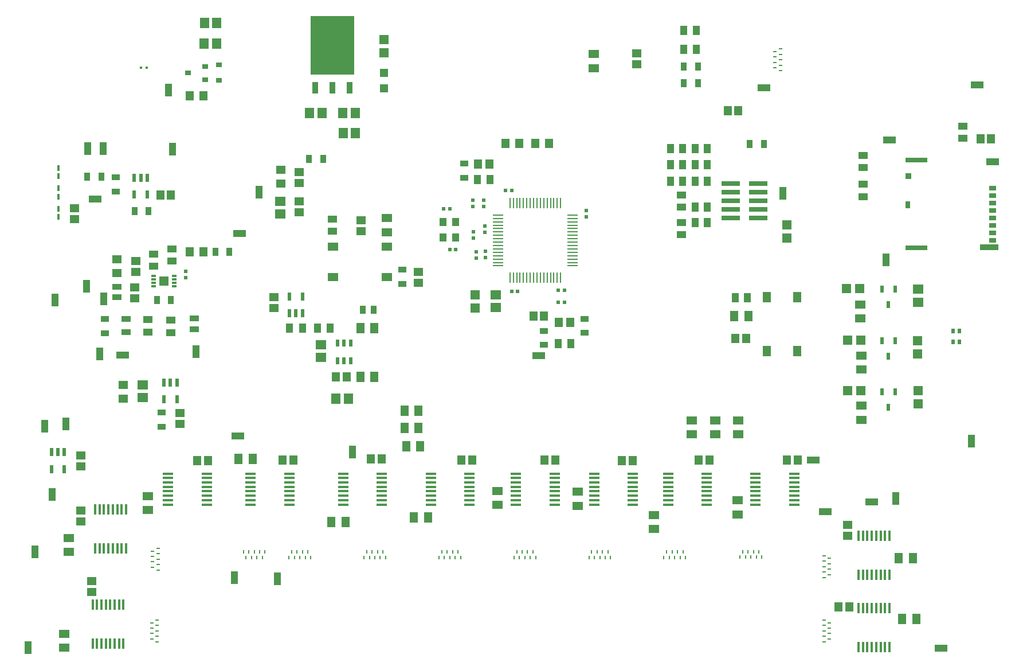
<source format=gtp>
G04*
G04 #@! TF.GenerationSoftware,Altium Limited,Altium Designer,20.2.5 (213)*
G04*
G04 Layer_Color=8421504*
%FSLAX25Y25*%
%MOIN*%
G70*
G04*
G04 #@! TF.SameCoordinates,7C5E352A-D8AC-4D21-BA38-630912A149F9*
G04*
G04*
G04 #@! TF.FilePolarity,Positive*
G04*
G01*
G75*
%ADD19R,0.04921X0.06102*%
%ADD20R,0.06102X0.04921*%
%ADD21R,0.07677X0.04331*%
%ADD22R,0.04331X0.07677*%
%ADD23R,0.05938X0.05534*%
%ADD24R,0.05118X0.03543*%
%ADD25R,0.02362X0.02362*%
%ADD26R,0.04528X0.05709*%
%ADD27R,0.03937X0.05315*%
%ADD28R,0.05315X0.03937*%
%ADD29R,0.05136X0.05733*%
G04:AMPARAMS|DCode=30|XSize=61.81mil|YSize=16.14mil|CornerRadius=2.02mil|HoleSize=0mil|Usage=FLASHONLY|Rotation=0.000|XOffset=0mil|YOffset=0mil|HoleType=Round|Shape=RoundedRectangle|*
%AMROUNDEDRECTD30*
21,1,0.06181,0.01211,0,0,0.0*
21,1,0.05778,0.01614,0,0,0.0*
1,1,0.00404,0.02889,-0.00605*
1,1,0.00404,-0.02889,-0.00605*
1,1,0.00404,-0.02889,0.00605*
1,1,0.00404,0.02889,0.00605*
%
%ADD30ROUNDEDRECTD30*%
%ADD31R,0.05534X0.05938*%
%ADD32R,0.05727X0.06127*%
%ADD33R,0.01280X0.01575*%
%ADD34R,0.03268X0.02953*%
%ADD35R,0.04724X0.05709*%
%ADD36R,0.05733X0.05136*%
%ADD37R,0.01181X0.03543*%
%ADD38R,0.02362X0.04528*%
%ADD39R,0.03543X0.05118*%
G04:AMPARAMS|DCode=40|XSize=61.81mil|YSize=16.14mil|CornerRadius=2.02mil|HoleSize=0mil|Usage=FLASHONLY|Rotation=90.000|XOffset=0mil|YOffset=0mil|HoleType=Round|Shape=RoundedRectangle|*
%AMROUNDEDRECTD40*
21,1,0.06181,0.01211,0,0,90.0*
21,1,0.05778,0.01614,0,0,90.0*
1,1,0.00404,0.00605,0.02889*
1,1,0.00404,0.00605,-0.02889*
1,1,0.00404,-0.00605,-0.02889*
1,1,0.00404,-0.00605,0.02889*
%
%ADD40ROUNDEDRECTD40*%
%ADD41R,0.01968X0.00984*%
%ADD42R,0.02362X0.02362*%
%ADD43R,0.00984X0.01968*%
%ADD44R,0.05118X0.06102*%
%ADD45R,0.04331X0.05118*%
%ADD46R,0.03567X0.05157*%
%ADD47R,0.02165X0.04134*%
%ADD48R,0.06127X0.05727*%
%ADD49R,0.04134X0.05512*%
%ADD50R,0.05756X0.05333*%
%ADD51R,0.06102X0.05118*%
%ADD52R,0.05354X0.05748*%
%ADD53R,0.02953X0.01181*%
%ADD54R,0.05709X0.04724*%
%ADD55R,0.05315X0.03740*%
%ADD56R,0.05512X0.04134*%
%ADD57R,0.05709X0.03740*%
%ADD58R,0.03661X0.03543*%
%ADD59R,0.03071X0.04134*%
%ADD60R,0.07205X0.04488*%
%ADD61R,0.12992X0.02756*%
%ADD62R,0.11024X0.03386*%
%ADD63R,0.04331X0.02756*%
%ADD64R,0.10906X0.02559*%
%ADD65R,0.06102X0.05315*%
%ADD66R,0.02165X0.03150*%
%ADD67R,0.05333X0.05756*%
%ADD68R,0.02200X0.04000*%
%ADD69O,0.00984X0.06102*%
%ADD70O,0.06102X0.00984*%
%ADD71R,0.03300X0.06900*%
%ADD72R,0.25800X0.34400*%
%ADD73R,0.03543X0.03150*%
%ADD74R,0.05118X0.04528*%
D19*
X251535Y220000D02*
D03*
X243465D02*
D03*
X635535Y162500D02*
D03*
X627465D02*
D03*
X539831Y303123D02*
D03*
X531760D02*
D03*
X322454Y296121D02*
D03*
X314383D02*
D03*
X314241Y267621D02*
D03*
X322312D02*
D03*
X353535Y186000D02*
D03*
X345465D02*
D03*
X297465Y183500D02*
D03*
X305535D02*
D03*
X637500Y127000D02*
D03*
X629429D02*
D03*
X348035Y248000D02*
D03*
X339965D02*
D03*
X348035Y238000D02*
D03*
X339965D02*
D03*
X349035Y227500D02*
D03*
X340965D02*
D03*
D20*
X605000Y309646D02*
D03*
Y301575D02*
D03*
X485000Y179465D02*
D03*
Y187535D02*
D03*
X142000Y118535D02*
D03*
Y110465D02*
D03*
X605500Y280035D02*
D03*
Y271965D02*
D03*
Y250894D02*
D03*
Y242823D02*
D03*
X144500Y174035D02*
D03*
Y165965D02*
D03*
X190500Y198394D02*
D03*
Y190323D02*
D03*
X533500Y195894D02*
D03*
Y187823D02*
D03*
X394000Y201394D02*
D03*
Y193323D02*
D03*
X534000Y242500D02*
D03*
Y234429D02*
D03*
X520500Y242500D02*
D03*
Y234429D02*
D03*
X507000Y242500D02*
D03*
Y234429D02*
D03*
X440500Y200894D02*
D03*
Y192823D02*
D03*
X329500Y351823D02*
D03*
Y359894D02*
D03*
X450000Y455224D02*
D03*
Y447153D02*
D03*
D21*
X418000Y280000D02*
D03*
X549066Y435879D02*
D03*
X160000Y371000D02*
D03*
X244000Y351000D02*
D03*
X577500Y219500D02*
D03*
X611500Y195000D02*
D03*
X652000Y110000D02*
D03*
X176000Y280500D02*
D03*
X243000Y233500D02*
D03*
X584500Y189500D02*
D03*
X673000Y437500D02*
D03*
X622000Y405500D02*
D03*
D22*
X155000Y320500D02*
D03*
X155500Y400500D02*
D03*
X164500D02*
D03*
X205000Y400000D02*
D03*
X136500Y312500D02*
D03*
X162500Y281000D02*
D03*
X165000Y313000D02*
D03*
X143000Y240500D02*
D03*
X130500Y239000D02*
D03*
X625500Y197000D02*
D03*
X669500Y230500D02*
D03*
X241000Y151000D02*
D03*
X218500Y282500D02*
D03*
X135000Y199500D02*
D03*
X125000Y166000D02*
D03*
X121000Y110500D02*
D03*
X309616Y223935D02*
D03*
X255371Y375153D02*
D03*
X266000Y150500D02*
D03*
X619987Y335638D02*
D03*
X560000Y374500D02*
D03*
X202500Y434500D02*
D03*
D23*
X267689Y362353D02*
D03*
Y369647D02*
D03*
X291277Y286268D02*
D03*
Y278974D02*
D03*
D24*
X338500Y330134D02*
D03*
Y321866D02*
D03*
X421000Y286232D02*
D03*
Y294500D02*
D03*
X444500Y293232D02*
D03*
Y301500D02*
D03*
X198800Y247134D02*
D03*
Y238866D02*
D03*
X165500Y293161D02*
D03*
Y301429D02*
D03*
X374500Y383366D02*
D03*
Y391634D02*
D03*
X172000Y375366D02*
D03*
Y383634D02*
D03*
D25*
X366220Y341750D02*
D03*
X369780D02*
D03*
X398720Y376000D02*
D03*
X402280D02*
D03*
X362720Y365250D02*
D03*
X366280D02*
D03*
X429440Y311000D02*
D03*
X433000D02*
D03*
X429440Y318000D02*
D03*
X433000D02*
D03*
X405780Y317500D02*
D03*
X402220D02*
D03*
D26*
X389445Y391500D02*
D03*
X382555D02*
D03*
X436445Y299500D02*
D03*
X429555D02*
D03*
D27*
X389543Y382500D02*
D03*
X382457D02*
D03*
X515946Y357396D02*
D03*
X508859D02*
D03*
Y366396D02*
D03*
X515946D02*
D03*
X509500Y469000D02*
D03*
X502413D02*
D03*
X539339Y313623D02*
D03*
X532252D02*
D03*
X515946Y400396D02*
D03*
X508859D02*
D03*
X515946Y390896D02*
D03*
X508859D02*
D03*
X515946Y381396D02*
D03*
X508859D02*
D03*
X501733D02*
D03*
X494647D02*
D03*
Y390896D02*
D03*
X501733D02*
D03*
X509500Y458000D02*
D03*
X502413D02*
D03*
X296543Y296000D02*
D03*
X289457D02*
D03*
X436543Y287000D02*
D03*
X429457D02*
D03*
X494647Y400396D02*
D03*
X501733D02*
D03*
D28*
X500946Y357439D02*
D03*
Y350352D02*
D03*
X606500Y372500D02*
D03*
Y379587D02*
D03*
X500946Y366352D02*
D03*
Y373439D02*
D03*
X194000Y332000D02*
D03*
Y339087D02*
D03*
X204500Y334957D02*
D03*
Y342043D02*
D03*
X190500Y300937D02*
D03*
Y293850D02*
D03*
X664500Y413543D02*
D03*
Y406457D02*
D03*
X606500Y389457D02*
D03*
Y396543D02*
D03*
X298000Y352457D02*
D03*
Y359543D02*
D03*
D29*
X527847Y422500D02*
D03*
X534153D02*
D03*
X538653Y290000D02*
D03*
X532347D02*
D03*
X681153Y406000D02*
D03*
X674847D02*
D03*
X300124Y267621D02*
D03*
X306429D02*
D03*
X598712Y134000D02*
D03*
X592406D02*
D03*
X421153Y303000D02*
D03*
X414847D02*
D03*
X219300Y219000D02*
D03*
X225605D02*
D03*
X562347Y219500D02*
D03*
X568653D02*
D03*
X269079D02*
D03*
X275385D02*
D03*
X320347Y220000D02*
D03*
X326653D02*
D03*
X421347Y219500D02*
D03*
X427653D02*
D03*
X372906D02*
D03*
X379211D02*
D03*
X466347Y219000D02*
D03*
X472653D02*
D03*
X510895Y219500D02*
D03*
X517200D02*
D03*
X197847Y373500D02*
D03*
X204153D02*
D03*
D30*
X404701Y211457D02*
D03*
Y208898D02*
D03*
Y206339D02*
D03*
Y203780D02*
D03*
Y201220D02*
D03*
Y198661D02*
D03*
Y196102D02*
D03*
Y193543D02*
D03*
X427299D02*
D03*
Y196102D02*
D03*
Y198661D02*
D03*
Y201220D02*
D03*
Y203780D02*
D03*
Y206339D02*
D03*
Y208898D02*
D03*
Y211457D02*
D03*
X225000D02*
D03*
Y208898D02*
D03*
Y206339D02*
D03*
Y203780D02*
D03*
Y201220D02*
D03*
Y198661D02*
D03*
Y196102D02*
D03*
Y193543D02*
D03*
X202402D02*
D03*
Y196102D02*
D03*
Y198661D02*
D03*
Y201220D02*
D03*
Y203780D02*
D03*
Y206339D02*
D03*
Y208898D02*
D03*
Y211457D02*
D03*
X304201D02*
D03*
Y208898D02*
D03*
Y206339D02*
D03*
Y203780D02*
D03*
Y201220D02*
D03*
Y198661D02*
D03*
Y196102D02*
D03*
Y193543D02*
D03*
X326799D02*
D03*
Y196102D02*
D03*
Y198661D02*
D03*
Y201220D02*
D03*
Y203780D02*
D03*
Y206339D02*
D03*
Y208898D02*
D03*
Y211457D02*
D03*
X273079D02*
D03*
Y208898D02*
D03*
Y206339D02*
D03*
Y203780D02*
D03*
Y201220D02*
D03*
Y198661D02*
D03*
Y196102D02*
D03*
Y193543D02*
D03*
X250480D02*
D03*
Y196102D02*
D03*
Y198661D02*
D03*
Y201220D02*
D03*
Y203780D02*
D03*
Y206339D02*
D03*
Y208898D02*
D03*
Y211457D02*
D03*
X566598D02*
D03*
Y208898D02*
D03*
Y206339D02*
D03*
Y203780D02*
D03*
Y201220D02*
D03*
Y198661D02*
D03*
Y196102D02*
D03*
Y193543D02*
D03*
X544000D02*
D03*
Y196102D02*
D03*
Y198661D02*
D03*
Y201220D02*
D03*
Y203780D02*
D03*
Y206339D02*
D03*
Y208898D02*
D03*
Y211457D02*
D03*
X493201D02*
D03*
Y208898D02*
D03*
Y206339D02*
D03*
Y203780D02*
D03*
Y201220D02*
D03*
Y198661D02*
D03*
Y196102D02*
D03*
Y193543D02*
D03*
X515799D02*
D03*
Y196102D02*
D03*
Y198661D02*
D03*
Y201220D02*
D03*
Y203780D02*
D03*
Y206339D02*
D03*
Y208898D02*
D03*
Y211457D02*
D03*
X450201D02*
D03*
Y208898D02*
D03*
Y206339D02*
D03*
Y203780D02*
D03*
Y201220D02*
D03*
Y198661D02*
D03*
Y196102D02*
D03*
Y193543D02*
D03*
X472799D02*
D03*
Y196102D02*
D03*
Y198661D02*
D03*
Y201220D02*
D03*
Y203780D02*
D03*
Y206339D02*
D03*
Y208898D02*
D03*
Y211457D02*
D03*
X355201D02*
D03*
Y208898D02*
D03*
Y206339D02*
D03*
Y203780D02*
D03*
Y201220D02*
D03*
Y198661D02*
D03*
Y196102D02*
D03*
Y193543D02*
D03*
X377799D02*
D03*
Y196102D02*
D03*
Y198661D02*
D03*
Y201220D02*
D03*
Y203780D02*
D03*
Y206339D02*
D03*
Y208898D02*
D03*
Y211457D02*
D03*
D31*
X311478Y409412D02*
D03*
X304185D02*
D03*
X311218Y420912D02*
D03*
X303925D02*
D03*
X230647Y461500D02*
D03*
X223353D02*
D03*
X230793Y473500D02*
D03*
X223500D02*
D03*
D32*
X284572Y420912D02*
D03*
X291861D02*
D03*
X307370Y255000D02*
D03*
X300081D02*
D03*
D33*
X190000Y447500D02*
D03*
X186555D02*
D03*
D34*
X232000Y448890D02*
D03*
Y440110D02*
D03*
D35*
X215063Y431000D02*
D03*
X222937D02*
D03*
X223000Y340500D02*
D03*
X215126D02*
D03*
X398626Y403500D02*
D03*
X406500D02*
D03*
X424000D02*
D03*
X416126D02*
D03*
D36*
X148000Y359347D02*
D03*
Y365653D02*
D03*
X158000Y142800D02*
D03*
Y149105D02*
D03*
X348000Y322347D02*
D03*
Y328653D02*
D03*
X264000Y314153D02*
D03*
Y307847D02*
D03*
X183000Y319653D02*
D03*
Y313347D02*
D03*
X209300Y240300D02*
D03*
Y246605D02*
D03*
X183500Y328847D02*
D03*
Y335153D02*
D03*
X151800Y222153D02*
D03*
Y215847D02*
D03*
X151500Y183847D02*
D03*
Y190153D02*
D03*
X597500Y181653D02*
D03*
Y175347D02*
D03*
X278500Y363347D02*
D03*
Y369653D02*
D03*
Y386653D02*
D03*
Y380347D02*
D03*
X475000Y455805D02*
D03*
Y449500D02*
D03*
X314500Y358653D02*
D03*
Y352347D02*
D03*
D37*
X138500Y360638D02*
D03*
Y365362D02*
D03*
Y377224D02*
D03*
Y372500D02*
D03*
Y384276D02*
D03*
Y389000D02*
D03*
D38*
X190240Y383421D02*
D03*
X186500D02*
D03*
X182760D02*
D03*
Y373579D02*
D03*
X190240D02*
D03*
X273037Y314542D02*
D03*
X280517D02*
D03*
Y304700D02*
D03*
X276777D02*
D03*
X273037D02*
D03*
X207540Y254579D02*
D03*
X200060D02*
D03*
Y264421D02*
D03*
X203800D02*
D03*
X207540D02*
D03*
X142040Y214079D02*
D03*
X134560D02*
D03*
Y223921D02*
D03*
X138300D02*
D03*
X142040D02*
D03*
D39*
X191134Y364000D02*
D03*
X182866D02*
D03*
X510634Y448000D02*
D03*
X502366D02*
D03*
X510634Y438500D02*
D03*
X502366D02*
D03*
X238134Y340500D02*
D03*
X229866D02*
D03*
X195866Y312500D02*
D03*
X204134D02*
D03*
X540732Y403000D02*
D03*
X549000D02*
D03*
X284366Y394500D02*
D03*
X292634D02*
D03*
X163634Y384000D02*
D03*
X155366D02*
D03*
D40*
X158543Y135299D02*
D03*
X161102D02*
D03*
X163661D02*
D03*
X166220D02*
D03*
X168780D02*
D03*
X171339D02*
D03*
X173898D02*
D03*
X176457D02*
D03*
Y112701D02*
D03*
X173898D02*
D03*
X171339D02*
D03*
X168780D02*
D03*
X166220D02*
D03*
X163661D02*
D03*
X161102D02*
D03*
X158543D02*
D03*
X604043Y175299D02*
D03*
X606602D02*
D03*
X609161D02*
D03*
X611720D02*
D03*
X614280D02*
D03*
X616839D02*
D03*
X619398D02*
D03*
X621957D02*
D03*
Y152701D02*
D03*
X619398D02*
D03*
X616839D02*
D03*
X614280D02*
D03*
X611720D02*
D03*
X609161D02*
D03*
X606602D02*
D03*
X604043D02*
D03*
Y133299D02*
D03*
X606602D02*
D03*
X609161D02*
D03*
X611720D02*
D03*
X614280D02*
D03*
X616839D02*
D03*
X619398D02*
D03*
X621957D02*
D03*
Y110701D02*
D03*
X619398D02*
D03*
X616839D02*
D03*
X614280D02*
D03*
X611720D02*
D03*
X609161D02*
D03*
X606602D02*
D03*
X604043D02*
D03*
X160043Y168201D02*
D03*
X162602D02*
D03*
X165161D02*
D03*
X167720D02*
D03*
X170280D02*
D03*
X172839D02*
D03*
X175398D02*
D03*
X177957D02*
D03*
Y190799D02*
D03*
X175398D02*
D03*
X172839D02*
D03*
X170280D02*
D03*
X167720D02*
D03*
X165161D02*
D03*
X162602D02*
D03*
X160043D02*
D03*
D41*
X587000Y124874D02*
D03*
Y121724D02*
D03*
Y118575D02*
D03*
Y115425D02*
D03*
X583850Y113850D02*
D03*
Y117000D02*
D03*
Y120150D02*
D03*
Y123299D02*
D03*
Y126449D02*
D03*
Y163799D02*
D03*
Y160650D02*
D03*
Y157500D02*
D03*
Y154350D02*
D03*
Y151201D02*
D03*
X587000Y152776D02*
D03*
Y155925D02*
D03*
Y159075D02*
D03*
Y162224D02*
D03*
X196150Y113850D02*
D03*
Y117000D02*
D03*
Y120150D02*
D03*
Y123299D02*
D03*
Y126449D02*
D03*
X193000Y124874D02*
D03*
Y121724D02*
D03*
Y118575D02*
D03*
Y115425D02*
D03*
X196500Y155500D02*
D03*
Y158650D02*
D03*
Y161799D02*
D03*
Y164949D02*
D03*
Y168098D02*
D03*
X193350Y166524D02*
D03*
Y163374D02*
D03*
Y160224D02*
D03*
Y157075D02*
D03*
X558500Y445701D02*
D03*
Y448850D02*
D03*
Y452000D02*
D03*
Y455150D02*
D03*
Y458299D02*
D03*
X555350Y456724D02*
D03*
Y453575D02*
D03*
Y450425D02*
D03*
Y447276D02*
D03*
D42*
X445500Y360720D02*
D03*
Y364280D02*
D03*
X381500Y336720D02*
D03*
Y340280D02*
D03*
X386500Y351720D02*
D03*
Y355280D02*
D03*
X380000Y352030D02*
D03*
Y348470D02*
D03*
X387000Y337000D02*
D03*
Y340560D02*
D03*
X212500Y325440D02*
D03*
Y329000D02*
D03*
X379500Y366720D02*
D03*
Y370280D02*
D03*
X386000Y366720D02*
D03*
Y370280D02*
D03*
D43*
X361563Y165959D02*
D03*
X364713D02*
D03*
X367862D02*
D03*
X371012D02*
D03*
X372587Y162809D02*
D03*
X369437D02*
D03*
X366288D02*
D03*
X363138D02*
D03*
X359988D02*
D03*
X490819D02*
D03*
X493969D02*
D03*
X497118D02*
D03*
X500268D02*
D03*
X503418D02*
D03*
X501843Y165959D02*
D03*
X498693D02*
D03*
X495544D02*
D03*
X492394D02*
D03*
X447209Y162809D02*
D03*
X450358D02*
D03*
X453508D02*
D03*
X456658D02*
D03*
X459807D02*
D03*
X458232Y165959D02*
D03*
X455083D02*
D03*
X451933D02*
D03*
X448784D02*
D03*
X403599Y162809D02*
D03*
X406748D02*
D03*
X409898D02*
D03*
X413047D02*
D03*
X416197D02*
D03*
X414622Y165959D02*
D03*
X411473D02*
D03*
X408323D02*
D03*
X405173D02*
D03*
X316378Y162809D02*
D03*
X319528D02*
D03*
X322677D02*
D03*
X325827D02*
D03*
X328977D02*
D03*
X327402Y165959D02*
D03*
X324252D02*
D03*
X321103D02*
D03*
X317953D02*
D03*
X272768Y162809D02*
D03*
X275918D02*
D03*
X279067D02*
D03*
X282217D02*
D03*
X285366D02*
D03*
X283792Y165959D02*
D03*
X280642D02*
D03*
X277492D02*
D03*
X274343D02*
D03*
X536626Y166150D02*
D03*
X539776D02*
D03*
X542925D02*
D03*
X546075D02*
D03*
X547650Y163000D02*
D03*
X544500D02*
D03*
X541350D02*
D03*
X538201D02*
D03*
X535051D02*
D03*
X258799Y166000D02*
D03*
X255650D02*
D03*
X252500D02*
D03*
X249350D02*
D03*
X246201D02*
D03*
X247776Y162850D02*
D03*
X250925D02*
D03*
X254075D02*
D03*
X257224D02*
D03*
D44*
X550642Y282850D02*
D03*
Y314150D02*
D03*
X568358Y282850D02*
D03*
Y314150D02*
D03*
D45*
X369543Y348722D02*
D03*
Y357778D02*
D03*
X362457D02*
D03*
Y348722D02*
D03*
D46*
X321832Y306621D02*
D03*
X315721D02*
D03*
D47*
X301037Y287239D02*
D03*
X304777D02*
D03*
X308517D02*
D03*
Y277003D02*
D03*
X304777D02*
D03*
X301037D02*
D03*
D48*
X393000Y308210D02*
D03*
Y315500D02*
D03*
X187800Y255710D02*
D03*
Y263000D02*
D03*
D49*
X273037Y296121D02*
D03*
X280517D02*
D03*
D50*
X381000Y307658D02*
D03*
Y315342D02*
D03*
X562446Y348257D02*
D03*
Y355940D02*
D03*
X638471Y281110D02*
D03*
Y288794D02*
D03*
X638500Y252158D02*
D03*
Y259842D02*
D03*
X328000Y463842D02*
D03*
Y456158D02*
D03*
D51*
X329650Y325642D02*
D03*
X298350D02*
D03*
X329650Y343358D02*
D03*
X298350D02*
D03*
D52*
X200000Y323500D02*
D03*
D53*
X194094Y326453D02*
D03*
Y324484D02*
D03*
Y322516D02*
D03*
Y320547D02*
D03*
X205906D02*
D03*
Y322516D02*
D03*
Y324484D02*
D03*
Y326453D02*
D03*
D54*
X176300Y255063D02*
D03*
Y262937D02*
D03*
X172500Y328063D02*
D03*
Y335937D02*
D03*
X268000Y380063D02*
D03*
Y387937D02*
D03*
D55*
X217500Y301626D02*
D03*
Y295524D02*
D03*
X172500Y313898D02*
D03*
Y320000D02*
D03*
D56*
X204000Y293260D02*
D03*
Y300740D02*
D03*
D57*
X178000Y293654D02*
D03*
Y301331D02*
D03*
D58*
X632925Y384531D02*
D03*
D59*
X632630Y367740D02*
D03*
D60*
X681941Y392760D02*
D03*
D61*
X637591Y393626D02*
D03*
Y342602D02*
D03*
D62*
X680032Y342917D02*
D03*
D63*
X682000Y377484D02*
D03*
Y373154D02*
D03*
Y368823D02*
D03*
Y364492D02*
D03*
Y360161D02*
D03*
Y355831D02*
D03*
Y351500D02*
D03*
Y347169D02*
D03*
D64*
X545500Y360000D02*
D03*
Y365000D02*
D03*
Y370000D02*
D03*
Y375000D02*
D03*
Y380000D02*
D03*
X529634Y360000D02*
D03*
Y365000D02*
D03*
Y370000D02*
D03*
Y375000D02*
D03*
Y380000D02*
D03*
D65*
X638500Y318839D02*
D03*
Y311161D02*
D03*
D66*
X658957Y294299D02*
D03*
Y288000D02*
D03*
X662500D02*
D03*
Y294299D02*
D03*
D67*
X597129Y319110D02*
D03*
X604812D02*
D03*
X597629Y289110D02*
D03*
X605312D02*
D03*
X597629Y259610D02*
D03*
X605312D02*
D03*
D68*
X625211Y318610D02*
D03*
X617731D02*
D03*
X621471Y309610D02*
D03*
X625211Y259110D02*
D03*
X617731D02*
D03*
X621471Y250110D02*
D03*
X625211Y288860D02*
D03*
X617731D02*
D03*
X621471Y279860D02*
D03*
D69*
X401236Y368752D02*
D03*
X403205D02*
D03*
X405173D02*
D03*
X407142D02*
D03*
X409110D02*
D03*
X411079D02*
D03*
X413047D02*
D03*
X415016D02*
D03*
X416984D02*
D03*
X418953D02*
D03*
X420921D02*
D03*
X422890D02*
D03*
X424858D02*
D03*
X426827D02*
D03*
X428795D02*
D03*
X430764D02*
D03*
Y325248D02*
D03*
X428795D02*
D03*
X426827D02*
D03*
X424858D02*
D03*
X422890D02*
D03*
X420921D02*
D03*
X418953D02*
D03*
X416984D02*
D03*
X415016D02*
D03*
X413047D02*
D03*
X411079D02*
D03*
X409110D02*
D03*
X407142D02*
D03*
X405173D02*
D03*
X403205D02*
D03*
X401236D02*
D03*
D70*
X437752Y361764D02*
D03*
Y359795D02*
D03*
Y357827D02*
D03*
Y355858D02*
D03*
Y353890D02*
D03*
Y351921D02*
D03*
Y349953D02*
D03*
Y347984D02*
D03*
Y346016D02*
D03*
Y344047D02*
D03*
Y342079D02*
D03*
Y340110D02*
D03*
Y338142D02*
D03*
Y336173D02*
D03*
Y334205D02*
D03*
Y332236D02*
D03*
X394248D02*
D03*
Y334205D02*
D03*
Y336173D02*
D03*
Y338142D02*
D03*
Y340110D02*
D03*
Y342079D02*
D03*
Y344047D02*
D03*
Y346016D02*
D03*
Y347984D02*
D03*
Y349953D02*
D03*
Y351921D02*
D03*
Y353890D02*
D03*
Y355858D02*
D03*
Y357827D02*
D03*
Y359795D02*
D03*
Y361764D02*
D03*
D71*
X288072Y435562D02*
D03*
X298072D02*
D03*
X308072D02*
D03*
D72*
X298072Y460412D02*
D03*
D73*
X214157Y444260D02*
D03*
X224000Y448000D02*
D03*
Y440520D02*
D03*
D74*
X328072Y444342D02*
D03*
Y435483D02*
D03*
M02*

</source>
